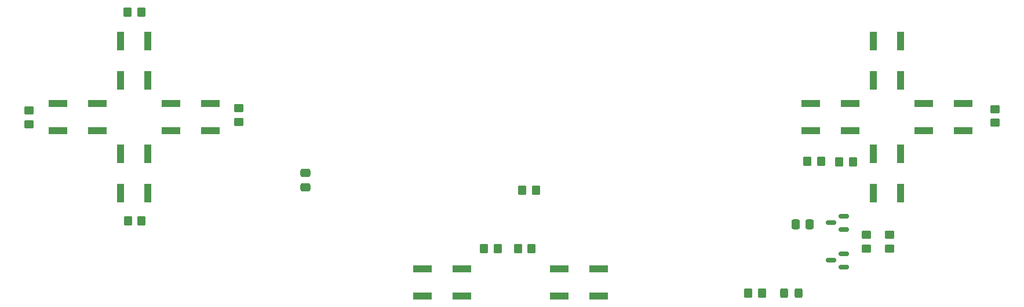
<source format=gbr>
%TF.GenerationSoftware,KiCad,Pcbnew,(6.0.4)*%
%TF.CreationDate,2022-11-06T13:58:30+01:00*%
%TF.ProjectId,GSP-1.0,4753502d-312e-4302-9e6b-696361645f70,rev?*%
%TF.SameCoordinates,Original*%
%TF.FileFunction,Paste,Top*%
%TF.FilePolarity,Positive*%
%FSLAX46Y46*%
G04 Gerber Fmt 4.6, Leading zero omitted, Abs format (unit mm)*
G04 Created by KiCad (PCBNEW (6.0.4)) date 2022-11-06 13:58:30*
%MOMM*%
%LPD*%
G01*
G04 APERTURE LIST*
G04 Aperture macros list*
%AMRoundRect*
0 Rectangle with rounded corners*
0 $1 Rounding radius*
0 $2 $3 $4 $5 $6 $7 $8 $9 X,Y pos of 4 corners*
0 Add a 4 corners polygon primitive as box body*
4,1,4,$2,$3,$4,$5,$6,$7,$8,$9,$2,$3,0*
0 Add four circle primitives for the rounded corners*
1,1,$1+$1,$2,$3*
1,1,$1+$1,$4,$5*
1,1,$1+$1,$6,$7*
1,1,$1+$1,$8,$9*
0 Add four rect primitives between the rounded corners*
20,1,$1+$1,$2,$3,$4,$5,0*
20,1,$1+$1,$4,$5,$6,$7,0*
20,1,$1+$1,$6,$7,$8,$9,0*
20,1,$1+$1,$8,$9,$2,$3,0*%
G04 Aperture macros list end*
%ADD10RoundRect,0.250000X-0.475000X0.337500X-0.475000X-0.337500X0.475000X-0.337500X0.475000X0.337500X0*%
%ADD11R,1.000000X2.800000*%
%ADD12R,2.800000X1.000000*%
%ADD13RoundRect,0.250000X0.350000X0.450000X-0.350000X0.450000X-0.350000X-0.450000X0.350000X-0.450000X0*%
%ADD14RoundRect,0.150000X0.587500X0.150000X-0.587500X0.150000X-0.587500X-0.150000X0.587500X-0.150000X0*%
%ADD15RoundRect,0.250000X0.450000X-0.350000X0.450000X0.350000X-0.450000X0.350000X-0.450000X-0.350000X0*%
%ADD16RoundRect,0.250000X-0.350000X-0.450000X0.350000X-0.450000X0.350000X0.450000X-0.350000X0.450000X0*%
%ADD17RoundRect,0.250000X-0.450000X0.350000X-0.450000X-0.350000X0.450000X-0.350000X0.450000X0.350000X0*%
%ADD18RoundRect,0.250000X-0.337500X-0.475000X0.337500X-0.475000X0.337500X0.475000X-0.337500X0.475000X0*%
%ADD19RoundRect,0.250000X0.325000X0.450000X-0.325000X0.450000X-0.325000X-0.450000X0.325000X-0.450000X0*%
G04 APERTURE END LIST*
D10*
%TO.C,C4*%
X120000000Y-114537500D03*
X120000000Y-112462500D03*
%TD*%
D11*
%TO.C,SW5*%
X207000000Y-93100000D03*
X207000000Y-98900000D03*
X203000000Y-98900000D03*
X203000000Y-93100000D03*
%TD*%
D12*
%TO.C,SW6*%
X210350000Y-102250000D03*
X216150000Y-102250000D03*
X210350000Y-106250000D03*
X216150000Y-106250000D03*
%TD*%
D13*
%TO.C,R8*%
X198040000Y-110800000D03*
X200040000Y-110800000D03*
%TD*%
D14*
%TO.C,Q1*%
X196812500Y-119750000D03*
X198687500Y-118800000D03*
X198687500Y-120700000D03*
%TD*%
%TO.C,Q2*%
X196812500Y-125250000D03*
X198687500Y-124300000D03*
X198687500Y-126200000D03*
%TD*%
D11*
%TO.C,SW7*%
X207000000Y-115400000D03*
X207000000Y-109600000D03*
X203000000Y-109600000D03*
X203000000Y-115400000D03*
%TD*%
D15*
%TO.C,R7*%
X79667446Y-103303095D03*
X79667446Y-105303095D03*
%TD*%
D12*
%TO.C,START1*%
X162900000Y-130500000D03*
X157100000Y-130500000D03*
X157100000Y-126500000D03*
X162900000Y-126500000D03*
%TD*%
D16*
%TO.C,R_LED1*%
X186745000Y-130000000D03*
X184745000Y-130000000D03*
%TD*%
D17*
%TO.C,R5*%
X110300000Y-104950000D03*
X110300000Y-102950000D03*
%TD*%
D15*
%TO.C,R1*%
X201950000Y-121500000D03*
X201950000Y-123500000D03*
%TD*%
D18*
%TO.C,C1*%
X193717500Y-119930000D03*
X191642500Y-119930000D03*
%TD*%
D17*
%TO.C,R2*%
X205340000Y-123500000D03*
X205340000Y-121500000D03*
%TD*%
D11*
%TO.C,SW4*%
X97000000Y-115400000D03*
X97000000Y-109600000D03*
X93000000Y-109600000D03*
X93000000Y-115400000D03*
%TD*%
D16*
%TO.C,R11*%
X148106980Y-123493175D03*
X146106980Y-123493175D03*
%TD*%
D13*
%TO.C,R13*%
X151720000Y-114980000D03*
X153720000Y-114980000D03*
%TD*%
D12*
%TO.C,SW2*%
X106150000Y-102250000D03*
X100350000Y-102250000D03*
X100350000Y-106250000D03*
X106150000Y-106250000D03*
%TD*%
D17*
%TO.C,R6*%
X220750000Y-105100000D03*
X220750000Y-103100000D03*
%TD*%
D12*
%TO.C,SELECT1*%
X137100000Y-130500000D03*
X142900000Y-130500000D03*
X142900000Y-126500000D03*
X137100000Y-126500000D03*
%TD*%
%TO.C,SW3*%
X83850000Y-102250000D03*
X89650000Y-102250000D03*
X89650000Y-106250000D03*
X83850000Y-106250000D03*
%TD*%
D16*
%TO.C,R12*%
X153074149Y-123489461D03*
X151074149Y-123489461D03*
%TD*%
%TO.C,R9*%
X96076964Y-119419399D03*
X94076964Y-119419399D03*
%TD*%
D11*
%TO.C,SW1*%
X97000000Y-93100000D03*
X97000000Y-98900000D03*
X93000000Y-93100000D03*
X93000000Y-98900000D03*
%TD*%
D16*
%TO.C,R10*%
X195369235Y-110774011D03*
X193369235Y-110774011D03*
%TD*%
D12*
%TO.C,SW8*%
X193850000Y-102250000D03*
X199650000Y-102250000D03*
X199650000Y-106250000D03*
X193850000Y-106250000D03*
%TD*%
D19*
%TO.C,D_3V3*%
X189989122Y-130000000D03*
X192039122Y-130000000D03*
%TD*%
D16*
%TO.C,R3*%
X96066495Y-88896356D03*
X94066495Y-88896356D03*
%TD*%
M02*

</source>
